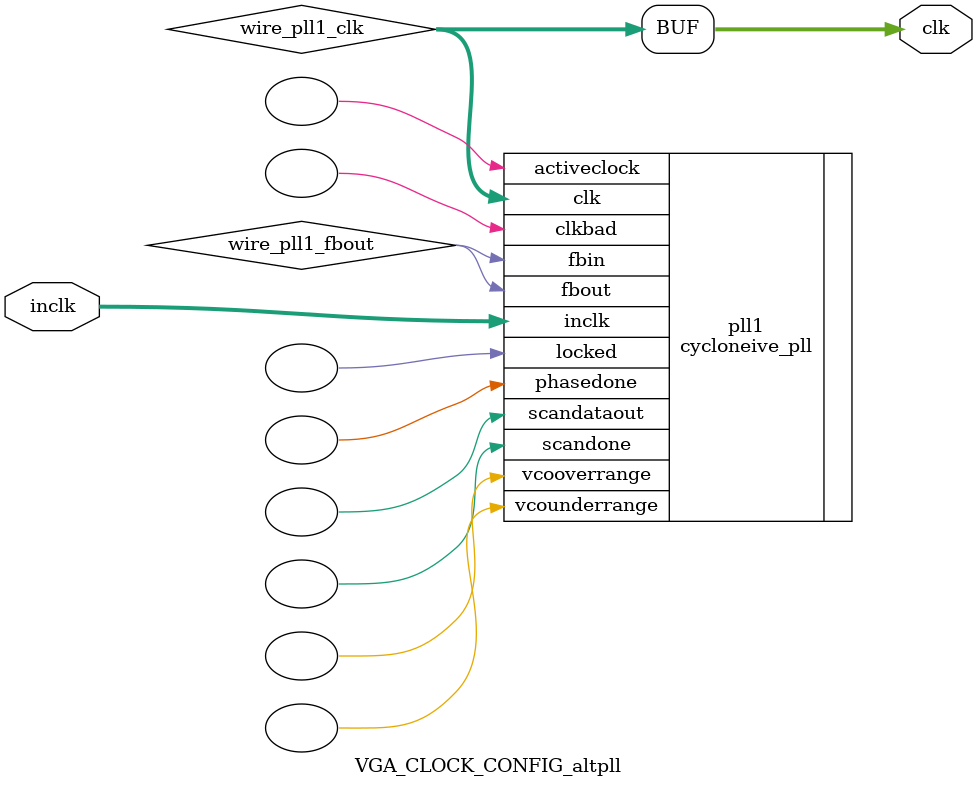
<source format=v>






//synthesis_resources = cycloneive_pll 1 
//synopsys translate_off
`timescale 1 ps / 1 ps
//synopsys translate_on
module  VGA_CLOCK_CONFIG_altpll
	( 
	clk,
	inclk) /* synthesis synthesis_clearbox=1 */;
	output   [4:0]  clk;
	input   [1:0]  inclk;
`ifndef ALTERA_RESERVED_QIS
// synopsys translate_off
`endif
	tri0   [1:0]  inclk;
`ifndef ALTERA_RESERVED_QIS
// synopsys translate_on
`endif

	wire  [4:0]   wire_pll1_clk;
	wire  wire_pll1_fbout;

	cycloneive_pll   pll1
	( 
	.activeclock(),
	.clk(wire_pll1_clk),
	.clkbad(),
	.fbin(wire_pll1_fbout),
	.fbout(wire_pll1_fbout),
	.inclk(inclk),
	.locked(),
	.phasedone(),
	.scandataout(),
	.scandone(),
	.vcooverrange(),
	.vcounderrange()
	`ifndef FORMAL_VERIFICATION
	// synopsys translate_off
	`endif
	,
	.areset(1'b0),
	.clkswitch(1'b0),
	.configupdate(1'b0),
	.pfdena(1'b1),
	.phasecounterselect({3{1'b0}}),
	.phasestep(1'b0),
	.phaseupdown(1'b0),
	.scanclk(1'b0),
	.scanclkena(1'b1),
	.scandata(1'b0)
	`ifndef FORMAL_VERIFICATION
	// synopsys translate_on
	`endif
	);
	defparam
		pll1.bandwidth_type = "auto",
		pll1.clk0_divide_by = 5,
		pll1.clk0_duty_cycle = 50,
		pll1.clk0_multiply_by = 4,
		pll1.clk0_phase_shift = "0",
		pll1.clk1_divide_by = 5000,
		pll1.clk1_duty_cycle = 50,
		pll1.clk1_multiply_by = 1,
		pll1.clk1_phase_shift = "0",
		pll1.compensate_clock = "clk0",
		pll1.inclk0_input_frequency = 20000,
		pll1.operation_mode = "normal",
		pll1.pll_type = "auto",
		pll1.lpm_type = "cycloneive_pll";
	assign
		clk = {wire_pll1_clk[4:0]};
endmodule //VGA_CLOCK_CONFIG_altpll
//VALID FILE

</source>
